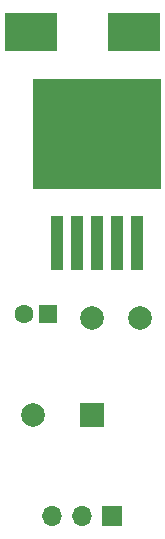
<source format=gbr>
%TF.GenerationSoftware,KiCad,Pcbnew,(5.1.9)-1*%
%TF.CreationDate,2021-02-17T20:09:15+00:00*%
%TF.ProjectId,TMBuck,544d4275-636b-42e6-9b69-6361645f7063,rev?*%
%TF.SameCoordinates,Original*%
%TF.FileFunction,Soldermask,Top*%
%TF.FilePolarity,Negative*%
%FSLAX46Y46*%
G04 Gerber Fmt 4.6, Leading zero omitted, Abs format (unit mm)*
G04 Created by KiCad (PCBNEW (5.1.9)-1) date 2021-02-17 20:09:15*
%MOMM*%
%LPD*%
G01*
G04 APERTURE LIST*
%ADD10C,1.600000*%
%ADD11R,1.600000X1.600000*%
%ADD12C,2.000000*%
%ADD13R,2.000000X2.000000*%
%ADD14O,1.700000X1.700000*%
%ADD15R,1.700000X1.700000*%
%ADD16R,10.800000X9.400000*%
%ADD17R,1.100000X4.600000*%
%ADD18R,4.500000X3.300000*%
G04 APERTURE END LIST*
D10*
%TO.C,C1*%
X113390000Y-87470000D03*
D11*
X115390000Y-87470000D03*
%TD*%
D12*
%TO.C,C2*%
X114140000Y-96040000D03*
D13*
X119140000Y-96040000D03*
%TD*%
D14*
%TO.C,J1*%
X115775000Y-104610000D03*
X118315000Y-104610000D03*
D15*
X120855000Y-104610000D03*
%TD*%
D16*
%TO.C,U1*%
X119580000Y-72295000D03*
D17*
X122980000Y-81445000D03*
X121280000Y-81445000D03*
X119580000Y-81445000D03*
X117880000Y-81445000D03*
X116180000Y-81445000D03*
%TD*%
D12*
%TO.C,L1*%
X119170000Y-87840000D03*
X123170000Y-87840000D03*
%TD*%
D18*
%TO.C,D1*%
X113930000Y-63650000D03*
X122730000Y-63650000D03*
%TD*%
M02*

</source>
